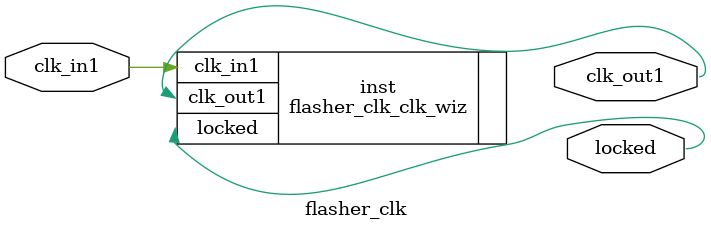
<source format=v>


`timescale 1ps/1ps

(* CORE_GENERATION_INFO = "flasher_clk,clk_wiz_v6_0_1_0_0,{component_name=flasher_clk,use_phase_alignment=true,use_min_o_jitter=false,use_max_i_jitter=false,use_dyn_phase_shift=false,use_inclk_switchover=false,use_dyn_reconfig=false,enable_axi=0,feedback_source=FDBK_AUTO,PRIMITIVE=MMCM,num_out_clk=1,clkin1_period=20.000,clkin2_period=10.0,use_power_down=false,use_reset=false,use_locked=true,use_inclk_stopped=false,feedback_type=SINGLE,CLOCK_MGR_TYPE=NA,manual_override=false}" *)

module flasher_clk 
 (
  // Clock out ports
  output        clk_out1,
  // Status and control signals
  output        locked,
 // Clock in ports
  input         clk_in1
 );

  flasher_clk_clk_wiz inst
  (
  // Clock out ports  
  .clk_out1(clk_out1),
  // Status and control signals               
  .locked(locked),
 // Clock in ports
  .clk_in1(clk_in1)
  );

endmodule

</source>
